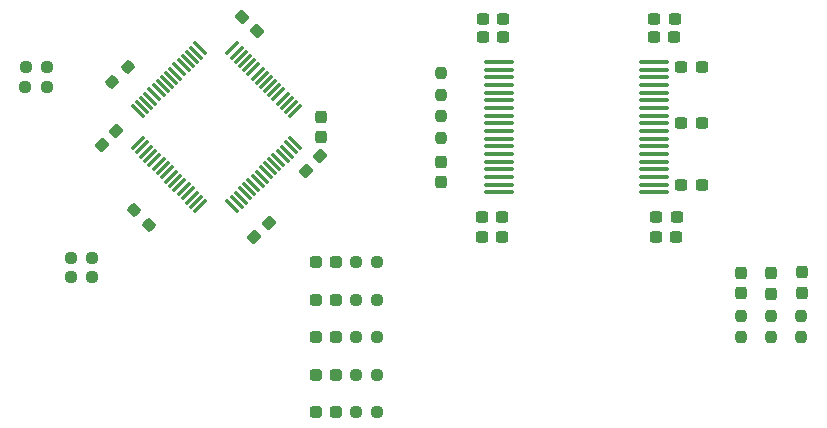
<source format=gbr>
G04 #@! TF.GenerationSoftware,KiCad,Pcbnew,(6.0.7)*
G04 #@! TF.CreationDate,2023-09-02T21:04:06+09:00*
G04 #@! TF.ProjectId,MD_DRV8332,4d445f44-5256-4383-9333-322e6b696361,rev?*
G04 #@! TF.SameCoordinates,Original*
G04 #@! TF.FileFunction,Paste,Top*
G04 #@! TF.FilePolarity,Positive*
%FSLAX46Y46*%
G04 Gerber Fmt 4.6, Leading zero omitted, Abs format (unit mm)*
G04 Created by KiCad (PCBNEW (6.0.7)) date 2023-09-02 21:04:06*
%MOMM*%
%LPD*%
G01*
G04 APERTURE LIST*
G04 Aperture macros list*
%AMRoundRect*
0 Rectangle with rounded corners*
0 $1 Rounding radius*
0 $2 $3 $4 $5 $6 $7 $8 $9 X,Y pos of 4 corners*
0 Add a 4 corners polygon primitive as box body*
4,1,4,$2,$3,$4,$5,$6,$7,$8,$9,$2,$3,0*
0 Add four circle primitives for the rounded corners*
1,1,$1+$1,$2,$3*
1,1,$1+$1,$4,$5*
1,1,$1+$1,$6,$7*
1,1,$1+$1,$8,$9*
0 Add four rect primitives between the rounded corners*
20,1,$1+$1,$2,$3,$4,$5,0*
20,1,$1+$1,$4,$5,$6,$7,0*
20,1,$1+$1,$6,$7,$8,$9,0*
20,1,$1+$1,$8,$9,$2,$3,0*%
G04 Aperture macros list end*
%ADD10RoundRect,0.237500X-0.237500X0.300000X-0.237500X-0.300000X0.237500X-0.300000X0.237500X0.300000X0*%
%ADD11RoundRect,0.237500X-0.237500X0.250000X-0.237500X-0.250000X0.237500X-0.250000X0.237500X0.250000X0*%
%ADD12RoundRect,0.237500X0.300000X0.237500X-0.300000X0.237500X-0.300000X-0.237500X0.300000X-0.237500X0*%
%ADD13RoundRect,0.237500X-0.250000X-0.237500X0.250000X-0.237500X0.250000X0.237500X-0.250000X0.237500X0*%
%ADD14RoundRect,0.237500X0.344715X-0.008839X-0.008839X0.344715X-0.344715X0.008839X0.008839X-0.344715X0*%
%ADD15RoundRect,0.237500X0.008839X0.344715X-0.344715X-0.008839X-0.008839X-0.344715X0.344715X0.008839X0*%
%ADD16RoundRect,0.237500X0.237500X-0.287500X0.237500X0.287500X-0.237500X0.287500X-0.237500X-0.287500X0*%
%ADD17RoundRect,0.237500X0.287500X0.237500X-0.287500X0.237500X-0.287500X-0.237500X0.287500X-0.237500X0*%
%ADD18RoundRect,0.237500X-0.300000X-0.237500X0.300000X-0.237500X0.300000X0.237500X-0.300000X0.237500X0*%
%ADD19RoundRect,0.237500X0.044194X0.380070X-0.380070X-0.044194X-0.044194X-0.380070X0.380070X0.044194X0*%
%ADD20RoundRect,0.237500X-0.380070X0.044194X0.044194X-0.380070X0.380070X-0.044194X-0.044194X0.380070X0*%
%ADD21O,2.552000X0.364000*%
%ADD22RoundRect,0.075000X0.441942X-0.548008X0.548008X-0.441942X-0.441942X0.548008X-0.548008X0.441942X0*%
%ADD23RoundRect,0.075000X-0.441942X-0.548008X0.548008X0.441942X0.441942X0.548008X-0.548008X-0.441942X0*%
G04 APERTURE END LIST*
D10*
X146050000Y-127407500D03*
X146050000Y-129132500D03*
D11*
X146050000Y-123547500D03*
X146050000Y-125372500D03*
X146050000Y-119893826D03*
X146050000Y-121718826D03*
D12*
X149558661Y-115283230D03*
X151283661Y-115283230D03*
D13*
X114670853Y-135517413D03*
X116495853Y-135517413D03*
X114657500Y-137160000D03*
X116482500Y-137160000D03*
D11*
X176530000Y-140415000D03*
X176530000Y-142240000D03*
X173990000Y-140415000D03*
X173990000Y-142240000D03*
X171450000Y-140415000D03*
X171450000Y-142240000D03*
D14*
X121295235Y-132725235D03*
X120004765Y-131434765D03*
D15*
X119485521Y-119323989D03*
X118195051Y-120614459D03*
D13*
X138787500Y-148590000D03*
X140612500Y-148590000D03*
X138787500Y-145415000D03*
X140612500Y-145415000D03*
X138787500Y-142240000D03*
X140612500Y-142240000D03*
X138787500Y-139065000D03*
X140612500Y-139065000D03*
X138787500Y-135890000D03*
X140612500Y-135890000D03*
X110834146Y-121063985D03*
X112659146Y-121063985D03*
X110847500Y-119380000D03*
X112672500Y-119380000D03*
D16*
X176568445Y-138459197D03*
X176568445Y-136709197D03*
X173932331Y-138574534D03*
X173932331Y-136824534D03*
X171450000Y-138520000D03*
X171450000Y-136770000D03*
D17*
X137160000Y-148590000D03*
X135410000Y-148590000D03*
X137160000Y-145415000D03*
X135410000Y-145415000D03*
X137160000Y-142240000D03*
X135410000Y-142240000D03*
X137160000Y-139065000D03*
X135410000Y-139065000D03*
X137160000Y-135890000D03*
X135410000Y-135890000D03*
D18*
X166370000Y-119380000D03*
X168095000Y-119380000D03*
X166370000Y-124128081D03*
X168095000Y-124128081D03*
X168095000Y-129368775D03*
X166370000Y-129368775D03*
D12*
X151189618Y-133763173D03*
X149464618Y-133763173D03*
D18*
X164206019Y-133787309D03*
X165931019Y-133787309D03*
X164076443Y-115319434D03*
X165801443Y-115319434D03*
D12*
X151202500Y-132080000D03*
X149477500Y-132080000D03*
X149571500Y-116840000D03*
X151296500Y-116840000D03*
D18*
X164237500Y-132080000D03*
X165962500Y-132080000D03*
X164015568Y-116840000D03*
X165740568Y-116840000D03*
D19*
X135780968Y-126912325D03*
X134561208Y-128132085D03*
X131423027Y-132577957D03*
X130203267Y-133797717D03*
X118526686Y-124751687D03*
X117306926Y-125971447D03*
D20*
X129199612Y-115138506D03*
X130419372Y-116358266D03*
D10*
X135890000Y-123597500D03*
X135890000Y-125322500D03*
D21*
X150904000Y-118935000D03*
X150904000Y-119585000D03*
X150904000Y-120235000D03*
X150904000Y-120885000D03*
X150904000Y-121535000D03*
X150904000Y-122185000D03*
X150904000Y-122835000D03*
X150904000Y-123485000D03*
X150904000Y-124135000D03*
X150904000Y-124785000D03*
X150904000Y-125435000D03*
X150904000Y-126085000D03*
X150904000Y-126735000D03*
X150904000Y-127385000D03*
X150904000Y-128035000D03*
X150904000Y-128685000D03*
X150904000Y-129335000D03*
X150904000Y-129985000D03*
X164056000Y-129985000D03*
X164056000Y-129335000D03*
X164056000Y-128685000D03*
X164056000Y-128035000D03*
X164056000Y-127385000D03*
X164056000Y-126735000D03*
X164056000Y-126085000D03*
X164056000Y-125435000D03*
X164056000Y-124785000D03*
X164056000Y-124135000D03*
X164056000Y-123485000D03*
X164056000Y-122835000D03*
X164056000Y-122185000D03*
X164056000Y-121535000D03*
X164056000Y-120885000D03*
X164056000Y-120235000D03*
X164056000Y-119585000D03*
X164056000Y-118935000D03*
D22*
X120335519Y-123098819D03*
X120689072Y-122745266D03*
X121042625Y-122391713D03*
X121396179Y-122038159D03*
X121749732Y-121684606D03*
X122103286Y-121331052D03*
X122456839Y-120977499D03*
X122810392Y-120623946D03*
X123163946Y-120270392D03*
X123517499Y-119916839D03*
X123871052Y-119563286D03*
X124224606Y-119209732D03*
X124578159Y-118856179D03*
X124931713Y-118502625D03*
X125285266Y-118149072D03*
X125638819Y-117795519D03*
D23*
X128361181Y-117795519D03*
X128714734Y-118149072D03*
X129068287Y-118502625D03*
X129421841Y-118856179D03*
X129775394Y-119209732D03*
X130128948Y-119563286D03*
X130482501Y-119916839D03*
X130836054Y-120270392D03*
X131189608Y-120623946D03*
X131543161Y-120977499D03*
X131896714Y-121331052D03*
X132250268Y-121684606D03*
X132603821Y-122038159D03*
X132957375Y-122391713D03*
X133310928Y-122745266D03*
X133664481Y-123098819D03*
D22*
X133664481Y-125821181D03*
X133310928Y-126174734D03*
X132957375Y-126528287D03*
X132603821Y-126881841D03*
X132250268Y-127235394D03*
X131896714Y-127588948D03*
X131543161Y-127942501D03*
X131189608Y-128296054D03*
X130836054Y-128649608D03*
X130482501Y-129003161D03*
X130128948Y-129356714D03*
X129775394Y-129710268D03*
X129421841Y-130063821D03*
X129068287Y-130417375D03*
X128714734Y-130770928D03*
X128361181Y-131124481D03*
D23*
X125638819Y-131124481D03*
X125285266Y-130770928D03*
X124931713Y-130417375D03*
X124578159Y-130063821D03*
X124224606Y-129710268D03*
X123871052Y-129356714D03*
X123517499Y-129003161D03*
X123163946Y-128649608D03*
X122810392Y-128296054D03*
X122456839Y-127942501D03*
X122103286Y-127588948D03*
X121749732Y-127235394D03*
X121396179Y-126881841D03*
X121042625Y-126528287D03*
X120689072Y-126174734D03*
X120335519Y-125821181D03*
M02*

</source>
